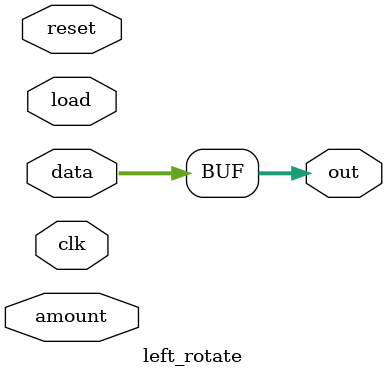
<source format=v>
module left_rotate(clk,reset,amount,data,load,out);
input clk,reset;
input [2:0] amount;
input [7:0] data;
input load;
output reg [7:0] out;
// when load is high, load data to out
// otherwise rotate the out register followed by left shift the out register by amount bits
reg [7:0] left;
assign out = data;
assign out[amount] = left[amount];
assign left[amount] = out[amount - 1];
assign left[amount - 1] = out[amount];
assign left[amount - 2] = out[amount - 2];
assign left[amount - 3] = out[amount - 3];
assign left[amount - 4] = out[amount - 4];
assign left[amount - 5] = out[amount - 5];
assign left[amount - 6] = out[amount - 6];
assign left[amount - 7] = out[amount - 7];
assign left[amount - 8] = out[amount - 8];
assign left[amount - 9] = out[amount - 9];
assign left[amount - 10] = out[amount - 10];
endmodule

</source>
